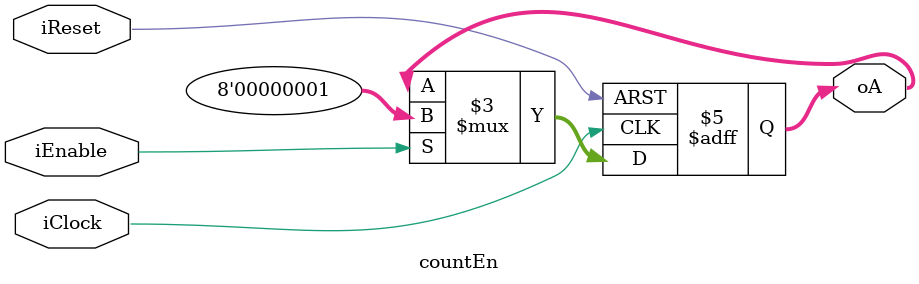
<source format=v>
/******************
	FileName	:	countEn.v
	Author	:	daniel
	Description	:	Example of a counter with enable
	Revision	:	2017/12/20
	Company	:	***********
	code	:	Verilog-2001
************************/
module countEn #(parameter WIDTH = 8, DELAY = 1) (
input		iEnable,iClock,iReset,
output reg	[WIDTH-1:0]	oA);
always @(posedge iClock, negedge iReset)
if(!iReset)
	oA <= 8'b0;
else if(iEnable)
	oA <= #DELAY + 1;
endmodule





</source>
